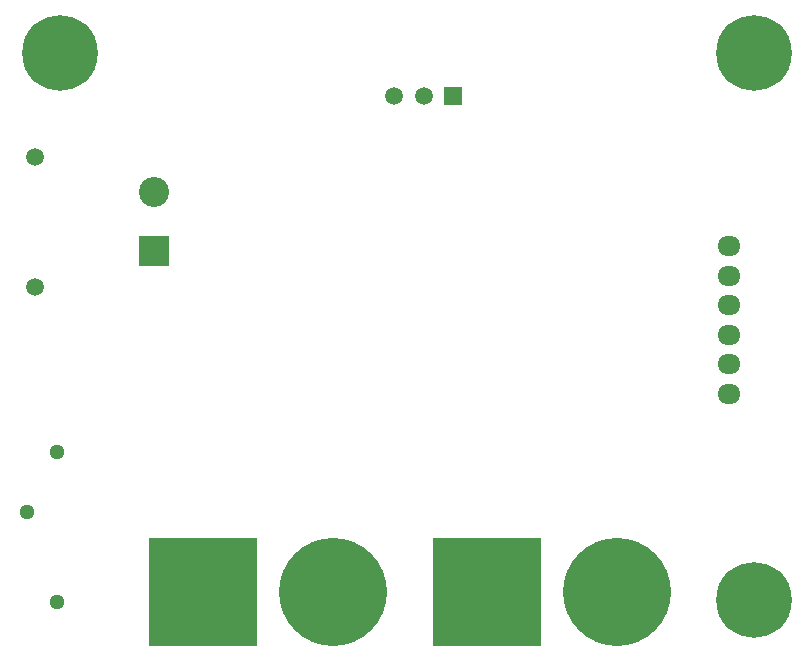
<source format=gbs>
G04 #@! TF.GenerationSoftware,KiCad,Pcbnew,9.0.0*
G04 #@! TF.CreationDate,2025-07-23T17:32:58-04:00*
G04 #@! TF.ProjectId,PresToe_BMS_48V,50726573-546f-4655-9f42-4d535f343856,rev?*
G04 #@! TF.SameCoordinates,Original*
G04 #@! TF.FileFunction,Soldermask,Bot*
G04 #@! TF.FilePolarity,Negative*
%FSLAX46Y46*%
G04 Gerber Fmt 4.6, Leading zero omitted, Abs format (unit mm)*
G04 Created by KiCad (PCBNEW 9.0.0) date 2025-07-23 17:32:58*
%MOMM*%
%LPD*%
G01*
G04 APERTURE LIST*
%ADD10C,0.800000*%
%ADD11C,6.400000*%
%ADD12C,1.295400*%
%ADD13R,1.508000X1.508000*%
%ADD14C,1.508000*%
%ADD15O,1.950000X1.700000*%
%ADD16R,9.150000X9.150000*%
%ADD17C,9.150000*%
%ADD18C,2.550000*%
%ADD19R,2.550000X2.550000*%
G04 APERTURE END LIST*
D10*
X31850000Y-32000000D03*
X32552944Y-30302944D03*
X32552944Y-33697056D03*
X34250000Y-29600000D03*
D11*
X34250000Y-32000000D03*
D10*
X34250000Y-34400000D03*
X35947056Y-30302944D03*
X35947056Y-33697056D03*
X36650000Y-32000000D03*
D12*
X34025000Y-65800000D03*
X31485000Y-70880000D03*
X34025000Y-78500000D03*
D13*
X67566750Y-35640000D03*
D14*
X65066750Y-35640000D03*
X62566750Y-35640000D03*
D15*
X90937500Y-48320000D03*
X90937500Y-50820000D03*
X90937500Y-53320000D03*
X90937500Y-55820000D03*
X90937500Y-58320000D03*
X90937500Y-60820000D03*
D10*
X90600000Y-78250000D03*
X91302944Y-76552944D03*
X91302944Y-79947056D03*
X93000000Y-75850000D03*
D11*
X93000000Y-78250000D03*
D10*
X93000000Y-80650000D03*
X94697056Y-76552944D03*
X94697056Y-79947056D03*
X95400000Y-78250000D03*
D16*
X46430000Y-77630000D03*
D17*
X57430000Y-77630000D03*
D18*
X42205750Y-43750000D03*
D19*
X42205750Y-48750000D03*
D14*
X32205750Y-40750000D03*
X32205750Y-51750000D03*
D10*
X90600000Y-32000000D03*
X91302944Y-30302944D03*
X91302944Y-33697056D03*
X93000000Y-29600000D03*
D11*
X93000000Y-32000000D03*
D10*
X93000000Y-34400000D03*
X94697056Y-30302944D03*
X94697056Y-33697056D03*
X95400000Y-32000000D03*
D16*
X70430000Y-77630000D03*
D17*
X81430000Y-77630000D03*
M02*

</source>
